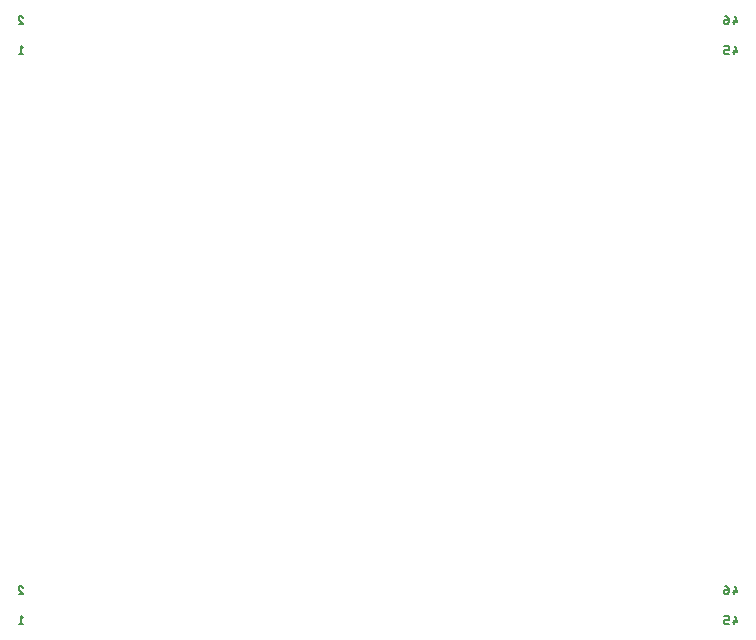
<source format=gbr>
G04 EAGLE Gerber RS-274X export*
G75*
%MOMM*%
%FSLAX34Y34*%
%LPD*%
%INSilkscreen Bottom*%
%IPPOS*%
%AMOC8*
5,1,8,0,0,1.08239X$1,22.5*%
G01*
%ADD10C,0.127000*%


D10*
X458280Y1169544D02*
X458198Y1169542D01*
X458117Y1169536D01*
X458036Y1169527D01*
X457955Y1169513D01*
X457876Y1169496D01*
X457797Y1169475D01*
X457719Y1169450D01*
X457643Y1169421D01*
X457568Y1169389D01*
X457494Y1169353D01*
X457423Y1169314D01*
X457353Y1169272D01*
X457285Y1169226D01*
X457220Y1169177D01*
X457157Y1169125D01*
X457097Y1169070D01*
X457039Y1169012D01*
X456984Y1168952D01*
X456932Y1168889D01*
X456883Y1168824D01*
X456837Y1168756D01*
X456795Y1168687D01*
X456756Y1168615D01*
X456720Y1168541D01*
X456688Y1168466D01*
X456659Y1168390D01*
X456634Y1168312D01*
X456613Y1168233D01*
X456596Y1168154D01*
X456582Y1168073D01*
X456573Y1167992D01*
X456567Y1167911D01*
X456565Y1167829D01*
X458280Y1169543D02*
X458372Y1169541D01*
X458464Y1169535D01*
X458556Y1169526D01*
X458648Y1169512D01*
X458738Y1169495D01*
X458828Y1169474D01*
X458917Y1169449D01*
X459005Y1169420D01*
X459092Y1169388D01*
X459177Y1169352D01*
X459260Y1169313D01*
X459342Y1169270D01*
X459422Y1169224D01*
X459500Y1169174D01*
X459576Y1169122D01*
X459649Y1169066D01*
X459720Y1169007D01*
X459789Y1168945D01*
X459855Y1168880D01*
X459918Y1168813D01*
X459978Y1168743D01*
X460036Y1168671D01*
X460090Y1168596D01*
X460141Y1168519D01*
X460189Y1168440D01*
X460233Y1168359D01*
X460274Y1168276D01*
X460312Y1168192D01*
X460346Y1168106D01*
X460376Y1168019D01*
X457137Y1166495D02*
X457078Y1166554D01*
X457022Y1166615D01*
X456969Y1166678D01*
X456918Y1166744D01*
X456871Y1166812D01*
X456827Y1166882D01*
X456786Y1166954D01*
X456748Y1167028D01*
X456714Y1167103D01*
X456683Y1167180D01*
X456656Y1167258D01*
X456632Y1167338D01*
X456611Y1167418D01*
X456595Y1167499D01*
X456582Y1167581D01*
X456572Y1167663D01*
X456567Y1167746D01*
X456565Y1167829D01*
X457137Y1166495D02*
X460375Y1162685D01*
X456565Y1162685D01*
X458470Y1144143D02*
X460375Y1142619D01*
X458470Y1144143D02*
X458470Y1137285D01*
X460375Y1137285D02*
X456565Y1137285D01*
X1063371Y1169543D02*
X1064895Y1164209D01*
X1061085Y1164209D01*
X1062228Y1165733D02*
X1062228Y1162685D01*
X1057580Y1166495D02*
X1055294Y1166495D01*
X1055217Y1166493D01*
X1055140Y1166487D01*
X1055063Y1166477D01*
X1054987Y1166464D01*
X1054912Y1166446D01*
X1054838Y1166425D01*
X1054765Y1166400D01*
X1054693Y1166371D01*
X1054623Y1166339D01*
X1054554Y1166304D01*
X1054488Y1166264D01*
X1054423Y1166222D01*
X1054361Y1166176D01*
X1054301Y1166127D01*
X1054244Y1166076D01*
X1054189Y1166021D01*
X1054138Y1165964D01*
X1054089Y1165904D01*
X1054043Y1165842D01*
X1054001Y1165777D01*
X1053961Y1165711D01*
X1053926Y1165642D01*
X1053894Y1165572D01*
X1053865Y1165500D01*
X1053840Y1165427D01*
X1053819Y1165353D01*
X1053801Y1165278D01*
X1053788Y1165202D01*
X1053778Y1165125D01*
X1053772Y1165048D01*
X1053770Y1164971D01*
X1053770Y1164590D01*
X1053772Y1164505D01*
X1053778Y1164419D01*
X1053787Y1164334D01*
X1053801Y1164250D01*
X1053818Y1164166D01*
X1053839Y1164083D01*
X1053863Y1164001D01*
X1053891Y1163921D01*
X1053923Y1163841D01*
X1053959Y1163763D01*
X1053997Y1163687D01*
X1054040Y1163613D01*
X1054085Y1163541D01*
X1054134Y1163470D01*
X1054186Y1163402D01*
X1054240Y1163337D01*
X1054298Y1163274D01*
X1054359Y1163213D01*
X1054422Y1163155D01*
X1054487Y1163101D01*
X1054555Y1163049D01*
X1054626Y1163000D01*
X1054698Y1162955D01*
X1054772Y1162912D01*
X1054848Y1162874D01*
X1054926Y1162838D01*
X1055006Y1162806D01*
X1055086Y1162778D01*
X1055168Y1162754D01*
X1055251Y1162733D01*
X1055335Y1162716D01*
X1055419Y1162702D01*
X1055504Y1162693D01*
X1055590Y1162687D01*
X1055675Y1162685D01*
X1055760Y1162687D01*
X1055846Y1162693D01*
X1055931Y1162702D01*
X1056015Y1162716D01*
X1056099Y1162733D01*
X1056182Y1162754D01*
X1056264Y1162778D01*
X1056344Y1162806D01*
X1056424Y1162838D01*
X1056502Y1162874D01*
X1056578Y1162912D01*
X1056652Y1162955D01*
X1056724Y1163000D01*
X1056795Y1163049D01*
X1056863Y1163101D01*
X1056928Y1163155D01*
X1056991Y1163213D01*
X1057052Y1163274D01*
X1057110Y1163337D01*
X1057164Y1163402D01*
X1057216Y1163470D01*
X1057265Y1163541D01*
X1057310Y1163613D01*
X1057353Y1163687D01*
X1057391Y1163763D01*
X1057427Y1163841D01*
X1057459Y1163921D01*
X1057487Y1164001D01*
X1057511Y1164083D01*
X1057532Y1164166D01*
X1057549Y1164250D01*
X1057563Y1164334D01*
X1057572Y1164419D01*
X1057578Y1164505D01*
X1057580Y1164590D01*
X1057580Y1166495D01*
X1057578Y1166604D01*
X1057572Y1166712D01*
X1057563Y1166821D01*
X1057549Y1166929D01*
X1057532Y1167036D01*
X1057510Y1167143D01*
X1057485Y1167249D01*
X1057457Y1167354D01*
X1057424Y1167458D01*
X1057388Y1167560D01*
X1057348Y1167661D01*
X1057305Y1167761D01*
X1057258Y1167859D01*
X1057207Y1167956D01*
X1057153Y1168050D01*
X1057096Y1168143D01*
X1057036Y1168233D01*
X1056972Y1168322D01*
X1056905Y1168408D01*
X1056836Y1168491D01*
X1056763Y1168572D01*
X1056687Y1168650D01*
X1056609Y1168726D01*
X1056528Y1168799D01*
X1056445Y1168868D01*
X1056359Y1168935D01*
X1056270Y1168999D01*
X1056180Y1169059D01*
X1056087Y1169116D01*
X1055993Y1169170D01*
X1055896Y1169221D01*
X1055798Y1169268D01*
X1055698Y1169311D01*
X1055597Y1169351D01*
X1055495Y1169387D01*
X1055391Y1169420D01*
X1055286Y1169448D01*
X1055180Y1169473D01*
X1055073Y1169495D01*
X1054966Y1169512D01*
X1054858Y1169526D01*
X1054749Y1169535D01*
X1054641Y1169541D01*
X1054532Y1169543D01*
X1063371Y1144143D02*
X1064895Y1138809D01*
X1061085Y1138809D01*
X1062228Y1140333D02*
X1062228Y1137285D01*
X1057580Y1137285D02*
X1055294Y1137285D01*
X1055217Y1137287D01*
X1055140Y1137293D01*
X1055063Y1137303D01*
X1054987Y1137316D01*
X1054912Y1137334D01*
X1054838Y1137355D01*
X1054765Y1137380D01*
X1054693Y1137409D01*
X1054623Y1137441D01*
X1054554Y1137476D01*
X1054488Y1137516D01*
X1054423Y1137558D01*
X1054361Y1137604D01*
X1054301Y1137653D01*
X1054244Y1137704D01*
X1054189Y1137759D01*
X1054138Y1137816D01*
X1054089Y1137876D01*
X1054043Y1137938D01*
X1054001Y1138003D01*
X1053961Y1138069D01*
X1053926Y1138138D01*
X1053894Y1138208D01*
X1053865Y1138280D01*
X1053840Y1138353D01*
X1053819Y1138427D01*
X1053801Y1138502D01*
X1053788Y1138578D01*
X1053778Y1138655D01*
X1053772Y1138732D01*
X1053770Y1138809D01*
X1053770Y1139571D01*
X1053772Y1139648D01*
X1053778Y1139725D01*
X1053788Y1139802D01*
X1053801Y1139878D01*
X1053819Y1139953D01*
X1053840Y1140027D01*
X1053865Y1140100D01*
X1053894Y1140172D01*
X1053926Y1140242D01*
X1053961Y1140311D01*
X1054001Y1140377D01*
X1054043Y1140442D01*
X1054089Y1140504D01*
X1054138Y1140564D01*
X1054189Y1140621D01*
X1054244Y1140676D01*
X1054301Y1140727D01*
X1054361Y1140776D01*
X1054423Y1140822D01*
X1054488Y1140864D01*
X1054554Y1140904D01*
X1054623Y1140939D01*
X1054693Y1140971D01*
X1054765Y1141000D01*
X1054838Y1141025D01*
X1054912Y1141046D01*
X1054987Y1141064D01*
X1055063Y1141077D01*
X1055140Y1141087D01*
X1055217Y1141093D01*
X1055294Y1141095D01*
X1057580Y1141095D01*
X1057580Y1144143D01*
X1053770Y1144143D01*
X458280Y686944D02*
X458198Y686942D01*
X458117Y686936D01*
X458036Y686927D01*
X457955Y686913D01*
X457876Y686896D01*
X457797Y686875D01*
X457719Y686850D01*
X457643Y686821D01*
X457568Y686789D01*
X457494Y686753D01*
X457423Y686714D01*
X457353Y686672D01*
X457285Y686626D01*
X457220Y686577D01*
X457157Y686525D01*
X457097Y686470D01*
X457039Y686412D01*
X456984Y686352D01*
X456932Y686289D01*
X456883Y686224D01*
X456837Y686156D01*
X456795Y686087D01*
X456756Y686015D01*
X456720Y685941D01*
X456688Y685866D01*
X456659Y685790D01*
X456634Y685712D01*
X456613Y685633D01*
X456596Y685554D01*
X456582Y685473D01*
X456573Y685392D01*
X456567Y685311D01*
X456565Y685229D01*
X458280Y686943D02*
X458372Y686941D01*
X458464Y686935D01*
X458556Y686926D01*
X458648Y686912D01*
X458738Y686895D01*
X458828Y686874D01*
X458917Y686849D01*
X459005Y686820D01*
X459092Y686788D01*
X459177Y686752D01*
X459260Y686713D01*
X459342Y686670D01*
X459422Y686624D01*
X459500Y686574D01*
X459576Y686522D01*
X459649Y686466D01*
X459720Y686407D01*
X459789Y686345D01*
X459855Y686280D01*
X459918Y686213D01*
X459978Y686143D01*
X460036Y686071D01*
X460090Y685996D01*
X460141Y685919D01*
X460189Y685840D01*
X460233Y685759D01*
X460274Y685676D01*
X460312Y685592D01*
X460346Y685506D01*
X460376Y685419D01*
X457137Y683895D02*
X457078Y683954D01*
X457022Y684015D01*
X456969Y684078D01*
X456918Y684144D01*
X456871Y684212D01*
X456827Y684282D01*
X456786Y684354D01*
X456748Y684428D01*
X456714Y684503D01*
X456683Y684580D01*
X456656Y684658D01*
X456632Y684738D01*
X456611Y684818D01*
X456595Y684899D01*
X456582Y684981D01*
X456572Y685063D01*
X456567Y685146D01*
X456565Y685229D01*
X457137Y683895D02*
X460375Y680085D01*
X456565Y680085D01*
X458470Y661543D02*
X460375Y660019D01*
X458470Y661543D02*
X458470Y654685D01*
X460375Y654685D02*
X456565Y654685D01*
X1063371Y686943D02*
X1064895Y681609D01*
X1061085Y681609D01*
X1062228Y683133D02*
X1062228Y680085D01*
X1057580Y683895D02*
X1055294Y683895D01*
X1055217Y683893D01*
X1055140Y683887D01*
X1055063Y683877D01*
X1054987Y683864D01*
X1054912Y683846D01*
X1054838Y683825D01*
X1054765Y683800D01*
X1054693Y683771D01*
X1054623Y683739D01*
X1054554Y683704D01*
X1054488Y683664D01*
X1054423Y683622D01*
X1054361Y683576D01*
X1054301Y683527D01*
X1054244Y683476D01*
X1054189Y683421D01*
X1054138Y683364D01*
X1054089Y683304D01*
X1054043Y683242D01*
X1054001Y683177D01*
X1053961Y683111D01*
X1053926Y683042D01*
X1053894Y682972D01*
X1053865Y682900D01*
X1053840Y682827D01*
X1053819Y682753D01*
X1053801Y682678D01*
X1053788Y682602D01*
X1053778Y682525D01*
X1053772Y682448D01*
X1053770Y682371D01*
X1053770Y681990D01*
X1053772Y681905D01*
X1053778Y681819D01*
X1053787Y681734D01*
X1053801Y681650D01*
X1053818Y681566D01*
X1053839Y681483D01*
X1053863Y681401D01*
X1053891Y681321D01*
X1053923Y681241D01*
X1053959Y681163D01*
X1053997Y681087D01*
X1054040Y681013D01*
X1054085Y680941D01*
X1054134Y680870D01*
X1054186Y680802D01*
X1054240Y680737D01*
X1054298Y680674D01*
X1054359Y680613D01*
X1054422Y680555D01*
X1054487Y680501D01*
X1054555Y680449D01*
X1054626Y680400D01*
X1054698Y680355D01*
X1054772Y680312D01*
X1054848Y680274D01*
X1054926Y680238D01*
X1055006Y680206D01*
X1055086Y680178D01*
X1055168Y680154D01*
X1055251Y680133D01*
X1055335Y680116D01*
X1055419Y680102D01*
X1055504Y680093D01*
X1055590Y680087D01*
X1055675Y680085D01*
X1055760Y680087D01*
X1055846Y680093D01*
X1055931Y680102D01*
X1056015Y680116D01*
X1056099Y680133D01*
X1056182Y680154D01*
X1056264Y680178D01*
X1056344Y680206D01*
X1056424Y680238D01*
X1056502Y680274D01*
X1056578Y680312D01*
X1056652Y680355D01*
X1056724Y680400D01*
X1056795Y680449D01*
X1056863Y680501D01*
X1056928Y680555D01*
X1056991Y680613D01*
X1057052Y680674D01*
X1057110Y680737D01*
X1057164Y680802D01*
X1057216Y680870D01*
X1057265Y680941D01*
X1057310Y681013D01*
X1057353Y681087D01*
X1057391Y681163D01*
X1057427Y681241D01*
X1057459Y681321D01*
X1057487Y681401D01*
X1057511Y681483D01*
X1057532Y681566D01*
X1057549Y681650D01*
X1057563Y681734D01*
X1057572Y681819D01*
X1057578Y681905D01*
X1057580Y681990D01*
X1057580Y683895D01*
X1057578Y684004D01*
X1057572Y684112D01*
X1057563Y684221D01*
X1057549Y684329D01*
X1057532Y684436D01*
X1057510Y684543D01*
X1057485Y684649D01*
X1057457Y684754D01*
X1057424Y684858D01*
X1057388Y684960D01*
X1057348Y685061D01*
X1057305Y685161D01*
X1057258Y685259D01*
X1057207Y685356D01*
X1057153Y685450D01*
X1057096Y685543D01*
X1057036Y685633D01*
X1056972Y685722D01*
X1056905Y685808D01*
X1056836Y685891D01*
X1056763Y685972D01*
X1056687Y686050D01*
X1056609Y686126D01*
X1056528Y686199D01*
X1056445Y686268D01*
X1056359Y686335D01*
X1056270Y686399D01*
X1056180Y686459D01*
X1056087Y686516D01*
X1055993Y686570D01*
X1055896Y686621D01*
X1055798Y686668D01*
X1055698Y686711D01*
X1055597Y686751D01*
X1055495Y686787D01*
X1055391Y686820D01*
X1055286Y686848D01*
X1055180Y686873D01*
X1055073Y686895D01*
X1054966Y686912D01*
X1054858Y686926D01*
X1054749Y686935D01*
X1054641Y686941D01*
X1054532Y686943D01*
X1063371Y661543D02*
X1064895Y656209D01*
X1061085Y656209D01*
X1062228Y657733D02*
X1062228Y654685D01*
X1057580Y654685D02*
X1055294Y654685D01*
X1055217Y654687D01*
X1055140Y654693D01*
X1055063Y654703D01*
X1054987Y654716D01*
X1054912Y654734D01*
X1054838Y654755D01*
X1054765Y654780D01*
X1054693Y654809D01*
X1054623Y654841D01*
X1054554Y654876D01*
X1054488Y654916D01*
X1054423Y654958D01*
X1054361Y655004D01*
X1054301Y655053D01*
X1054244Y655104D01*
X1054189Y655159D01*
X1054138Y655216D01*
X1054089Y655276D01*
X1054043Y655338D01*
X1054001Y655403D01*
X1053961Y655469D01*
X1053926Y655538D01*
X1053894Y655608D01*
X1053865Y655680D01*
X1053840Y655753D01*
X1053819Y655827D01*
X1053801Y655902D01*
X1053788Y655978D01*
X1053778Y656055D01*
X1053772Y656132D01*
X1053770Y656209D01*
X1053770Y656971D01*
X1053772Y657048D01*
X1053778Y657125D01*
X1053788Y657202D01*
X1053801Y657278D01*
X1053819Y657353D01*
X1053840Y657427D01*
X1053865Y657500D01*
X1053894Y657572D01*
X1053926Y657642D01*
X1053961Y657711D01*
X1054001Y657777D01*
X1054043Y657842D01*
X1054089Y657904D01*
X1054138Y657964D01*
X1054189Y658021D01*
X1054244Y658076D01*
X1054301Y658127D01*
X1054361Y658176D01*
X1054423Y658222D01*
X1054488Y658264D01*
X1054554Y658304D01*
X1054623Y658339D01*
X1054693Y658371D01*
X1054765Y658400D01*
X1054838Y658425D01*
X1054912Y658446D01*
X1054987Y658464D01*
X1055063Y658477D01*
X1055140Y658487D01*
X1055217Y658493D01*
X1055294Y658495D01*
X1057580Y658495D01*
X1057580Y661543D01*
X1053770Y661543D01*
M02*

</source>
